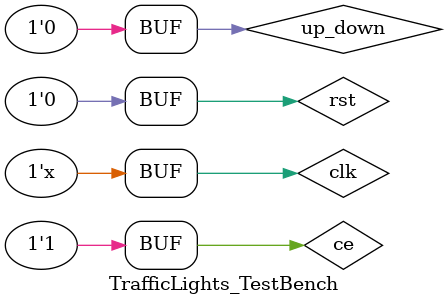
<source format=v>
`timescale 1ns / 1ps

module TrafficLights_TestBench;
    reg clk;
    reg rst;
    reg ce;
    reg up_down;
    
    wire [5:0] counter;
    wire [5:0] lights;

    CounterDesign clock(clk, rst, ce, up_down, counter);
    TrafficLightsDesign trafficLights(counter,rst,ce,lights);
    
    initial clk = 1'b0;
    
    always #5 clk = ~clk;
    
    initial begin 
        rst = 1'b0;
        ce = 1'b0;
        up_down = 1'b0;
        #10 rst = 1'b0;
        #1000 rst = 1'b1;
        #5 ce = 1'b1;
        #5 rst = 1'b0;
    end
endmodule

</source>
